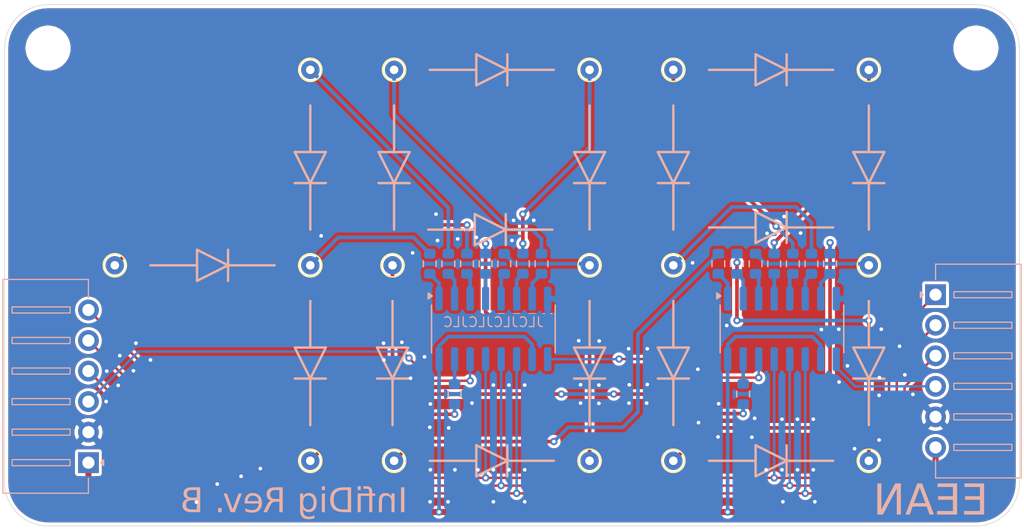
<source format=kicad_pcb>
(kicad_pcb (version 20240108) (generator "pcbnew") (generator_version "8.0")
  (layers (0 "F.Cu" signal) (31 "B.Cu" signal) (34 "B.Paste" user) (35 "F.Paste" user) (36 "B.SilkS" user "B.Silkscreen") (37 "F.SilkS" user "F.Silkscreen") (38 "B.Mask" user) (39 "F.Mask" user) (44 "Edge.Cuts" user))
  (net 0 "")
  (net 1 "Latch")
  (net 2 "E1")
  (net 3 "Data Out")
  (net 4 "C2")
  (net 5 "GND")
  (net 6 "E2")
  (net 7 "VCC")
  (net 8 "B2")
  (net 9 "CLK")
  (net 10 "Output Enable")
  (net 11 "D2")
  (net 12 "A2")
  (net 13 "F1")
  (net 14 "Net-(U1-QH')")
  (net 15 "F2")
  (net 16 "B1")
  (net 17 "Data In")
  (net 18 "A0")
  (net 19 "C1")
  (net 20 "C0")
  (net 21 "D1")
  (net 22 "A1")
  (net 23 "E0")
  (net 24 "B0")
  (net 25 "Net-(U2-QA)")
  (net 26 "Net-(U2-QB)")
  (net 27 "Net-(U1-QH)")
  (net 28 "Net-(U1-QD)")
  (net 29 "Net-(U2-QG)")
  (net 30 "Net-(U2-QC)")
  (net 31 "Net-(U2-QD)")
  (net 32 "Net-(U2-QE)")
  (net 33 "Net-(U2-QF)")
  (net 34 "Net-(U1-QG)")
  (net 35 "Net-(U1-QF)")
  (net 36 "Net-(U1-QE)")
  (net 37 "Net-(U1-QC)")
  (net 38 "Net-(U1-QB)")
  (net 39 "Net-(U1-QA)")
  (net 40 "Net-(U2-QH)")
  (footprint "TestPoint:TestPoint_THTPad_D1.5mm_Drill0.7mm" (layer "F.Cu") (at 86.741 128.778)
    (property "Reference" "TP3" (hide yes))
    (property "Value" "TestPoint" (hide yes))
    (pad "1" thru_hole circle (at 0 0) (size 1.5 1.5) (drill 0.7) (layers "*.Cu" "*.Mask") (net 20 "C0"))
  )
  (footprint "TestPoint:TestPoint_THTPad_D1.5mm_Drill0.7mm" (layer "F.Cu") (at 86.741 144.78)
    (property "Reference" "TP2" (hide yes))
    (property "Value" "TestPoint" (hide yes))
    (pad "1" thru_hole circle (at 0 0) (size 1.5 1.5) (drill 0.7) (layers "*.Cu" "*.Mask") (net 24 "B0"))
  )
  (footprint "TestPoint:TestPoint_THTPad_D1.5mm_Drill0.7mm" (layer "F.Cu") (at 132.461 160.782)
    (property "Reference" "TP12" (hide yes))
    (property "Value" "TestPoint" (hide yes))
    (pad "1" thru_hole circle (at 0 0) (size 1.5 1.5) (drill 0.7) (layers "*.Cu" "*.Mask") (net 12 "A2"))
  )
  (footprint "TestPoint:TestPoint_THTPad_D1.5mm_Drill0.7mm" (layer "F.Cu") (at 109.601 160.782)
    (property "Reference" "TP5" (hide yes))
    (property "Value" "TestPoint" (hide yes))
    (pad "1" thru_hole circle (at 0 0) (size 1.5 1.5) (drill 0.7) (layers "*.Cu" "*.Mask") (net 22 "A1"))
  )
  (footprint "TestPoint:TestPoint_THTPad_D1.5mm_Drill0.7mm" (layer "F.Cu") (at 93.599 160.782)
    (property "Reference" "TP11" (hide yes))
    (property "Value" "TestPoint" (hide yes))
    (pad "1" thru_hole circle (at 0 0) (size 1.5 1.5) (drill 0.7) (layers "*.Cu" "*.Mask") (net 13 "F1"))
  )
  (footprint "TestPoint:TestPoint_THTPad_D1.5mm_Drill0.7mm" (layer "F.Cu") (at 109.601 144.78)
    (property "Reference" "TP6" (hide yes))
    (property "Value" "TestPoint" (hide yes))
    (pad "1" thru_hole circle (at 0 0) (size 1.5 1.5) (drill 0.7) (layers "*.Cu" "*.Mask") (net 16 "B1"))
  )
  (footprint "TestPoint:TestPoint_THTPad_D1.5mm_Drill0.7mm" (layer "F.Cu") (at 116.459 144.78)
    (property "Reference" "TP15" (hide yes))
    (property "Value" "TestPoint" (hide yes))
    (pad "1" thru_hole circle (at 0 0) (size 1.5 1.5) (drill 0.7) (layers "*.Cu" "*.Mask") (net 6 "E2"))
  )
  (footprint "MountingHole:MountingHole_3.2mm_M3" (layer "F.Cu") (at 141.224 127)
    (property "Reference" "REF**" (hide yes))
    (property "Value" "MountingHole_3.2mm_M3" (hide yes))
    (pad "" np_thru_hole circle (at 0 0) (size 3.2 3.2) (drill 3.2) (layers "*.Cu" "*.Mask"))
  )
  (footprint "TestPoint:TestPoint_THTPad_D1.5mm_Drill0.7mm" (layer "F.Cu") (at 132.461 144.78)
    (property "Reference" "TP8" (hide yes))
    (property "Value" "TestPoint" (hide yes))
    (pad "1" thru_hole circle (at 0 0) (size 1.5 1.5) (drill 0.7) (layers "*.Cu" "*.Mask") (net 8 "B2"))
  )
  (footprint "TestPoint:TestPoint_THTPad_D1.5mm_Drill0.7mm" (layer "F.Cu") (at 93.472 144.78)
    (property "Reference" "TP10" (hide yes))
    (property "Value" "TestPoint" (hide yes))
    (pad "1" thru_hole circle (at 0 0) (size 1.5 1.5) (drill 0.7) (layers "*.Cu" "*.Mask") (net 2 "E1"))
  )
  (footprint "MountingHole:MountingHole_3.2mm_M3" (layer "F.Cu") (at 65.278 127)
    (property "Reference" "REF**" (hide yes))
    (property "Value" "MountingHole_3.2mm_M3" (hide yes))
    (pad "" np_thru_hole circle (at 0 0) (size 3.2 3.2) (drill 3.2) (layers "F&B.Cu" "*.Mask"))
  )
  (footprint "TestPoint:TestPoint_THTPad_D1.5mm_Drill0.7mm" (layer "F.Cu") (at 93.599 128.778)
    (property "Reference" "TP9" (hide yes))
    (property "Value" "TestPoint" (hide yes))
    (pad "1" thru_hole circle (at 0 0) (size 1.5 1.5) (drill 0.7) (layers "*.Cu" "*.Mask") (net 21 "D1"))
  )
  (footprint "TestPoint:TestPoint_THTPad_D1.5mm_Drill0.7mm" (layer "F.Cu") (at 116.459 160.782)
    (property "Reference" "TP16" (hide yes))
    (property "Value" "TestPoint" (hide yes))
    (pad "1" thru_hole circle (at 0 0) (size 1.5 1.5) (drill 0.7) (layers "*.Cu" "*.Mask") (net 15 "F2"))
  )
  (footprint "TestPoint:TestPoint_THTPad_D1.5mm_Drill0.7mm" (layer "F.Cu") (at 116.459 128.778)
    (property "Reference" "TP14" (hide yes))
    (property "Value" "TestPoint" (hide yes))
    (pad "1" thru_hole circle (at 0 0) (size 1.5 1.5) (drill 0.7) (layers "*.Cu" "*.Mask") (net 11 "D2"))
  )
  (footprint "TestPoint:TestPoint_THTPad_D1.5mm_Drill0.7mm" (layer "F.Cu") (at 132.461 128.778)
    (property "Reference" "TP13" (hide yes))
    (property "Value" "TestPoint" (hide yes))
    (pad "1" thru_hole circle (at 0 0) (size 1.5 1.5) (drill 0.7) (layers "*.Cu" "*.Mask") (net 4 "C2"))
  )
  (footprint "TestPoint:TestPoint_THTPad_D1.5mm_Drill0.7mm" (layer "F.Cu") (at 109.601 128.778)
    (property "Reference" "TP7" (hide yes))
    (property "Value" "TestPoint" (hide yes))
    (pad "1" thru_hole circle (at 0 0) (size 1.5 1.5) (drill 0.7) (layers "*.Cu" "*.Mask") (net 19 "C1"))
  )
  (footprint "TestPoint:TestPoint_THTPad_D1.5mm_Drill0.7mm" (layer "F.Cu") (at 70.739 144.78)
    (property "Reference" "TP4" (hide yes))
    (property "Value" "TestPoint" (hide yes))
    (pad "1" thru_hole circle (at 0 0) (size 1.5 1.5) (drill 0.7) (layers "*.Cu" "*.Mask") (net 23 "E0"))
  )
  (footprint "TestPoint:TestPoint_THTPad_D1.5mm_Drill0.7mm" (layer "F.Cu") (at 86.741 160.782)
    (property "Reference" "TP1" (hide yes))
    (property "Value" "TestPoint" (hide yes))
    (pad "1" thru_hole circle (at 0 0) (size 1.5 1.5) (drill 0.7) (layers "*.Cu" "*.Mask") (net 18 "A0"))
  )
  (footprint "Resistor_SMD:R_0603_1608Metric" (layer "B.Cu") (at 98.044 144.653 90)
    (property "Reference" "R3" (hide yes))
    (property "Value" "22")
    (pad "1" smd roundrect (at -0.825 0 90) (size 0.8 0.95) (layers "B.Cu" "B.Paste" "B.Mask") (net 37 "Net-(U1-QC)"))
    (pad "2" smd roundrect (at 0.825 0 90) (size 0.8 0.95) (layers "B.Cu" "B.Paste" "B.Mask") (net 20 "C0"))
  )
  (footprint "Connector_JST_RightAngle:XH-W-06A" (layer "B.Cu") (at 137.922 153.436 -90)
    (property "Reference" "J2" (hide yes))
    (property "Value" "Conn_01x06_Pin")
    (pad "1" thru_hole rect (at -6.25 0 270) (size 1.7 1.7) (drill 1) (layers "*.Cu" "*.Mask") (net 10 "Output Enable"))
    (pad "2" thru_hole circle (at -3.75 0 270) (size 1.7 1.7) (drill 1) (layers "*.Cu" "*.Mask") (net 1 "Latch"))
    (pad "3" thru_hole circle (at -1.25 0 270) (size 1.7 1.7) (drill 1) (layers "*.Cu" "*.Mask") (net 9 "CLK"))
    (pad "4" thru_hole circle (at 1.25 0 270) (size 1.7 1.7) (drill 1) (layers "*.Cu" "*.Mask") (net 3 "Data Out"))
    (pad "5" thru_hole circle (at 3.75 0 270) (size 1.7 1.7) (drill 1) (layers "*.Cu" "*.Mask") (net 5 "GND"))
    (pad "6" thru_hole circle (at 6.25 0 270) (size 1.7 1.7) (drill 1) (layers "*.Cu" "*.Mask") (net 7 "VCC"))
  )
  (footprint "Resistor_SMD:R_0603_1608Metric" (layer "B.Cu") (at 120.142 144.653 90)
    (property "Reference" "R10" (hide yes))
    (property "Value" "22")
    (pad "1" smd roundrect (at -0.825 0 90) (size 0.8 0.95) (layers "B.Cu" "B.Paste" "B.Mask") (net 26 "Net-(U2-QB)"))
    (pad "2" smd roundrect (at 0.825 0 90) (size 0.8 0.95) (layers "B.Cu" "B.Paste" "B.Mask") (net 13 "F1"))
  )
  (footprint "Resistor_SMD:R_0603_1608Metric" (layer "B.Cu") (at 96.52 144.653 90)
    (property "Reference" "R2" (hide yes))
    (property "Value" "22")
    (pad "1" smd roundrect (at -0.825 0 90) (size 0.8 0.95) (layers "B.Cu" "B.Paste" "B.Mask") (net 38 "Net-(U1-QB)"))
    (pad "2" smd roundrect (at 0.825 0 90) (size 0.8 0.95) (layers "B.Cu" "B.Paste" "B.Mask") (net 24 "B0"))
  )
  (footprint "Resistor_SMD:R_0603_1608Metric" (layer "B.Cu") (at 122.174 155.321 -90)
    (property "Reference" "R9" (hide yes))
    (property "Value" "22")
    (pad "1" smd roundrect (at -0.825 0 270) (size 0.8 0.95) (layers "B.Cu" "B.Paste" "B.Mask") (net 25 "Net-(U2-QA)"))
    (pad "2" smd roundrect (at 0.825 0 270) (size 0.8 0.95) (layers "B.Cu" "B.Paste" "B.Mask") (net 2 "E1"))
  )
  (footprint "Resistor_SMD:R_0603_1608Metric" (layer "B.Cu") (at 101.092 144.653 90)
    (property "Reference" "R4" (hide yes))
    (property "Value" "22")
    (pad "1" smd roundrect (at -0.825 0 90) (size 0.8 0.95) (layers "B.Cu" "B.Paste" "B.Mask") (net 36 "Net-(U1-QE)"))
    (pad "2" smd roundrect (at 0.825 0 90) (size 0.8 0.95) (layers "B.Cu" "B.Paste" "B.Mask") (net 22 "A1"))
  )
  (footprint "Resistor_SMD:R_0603_1608Metric" (layer "B.Cu") (at 127.762 144.653 90)
    (property "Reference" "R15" (hide yes))
    (property "Value" "22" (hide yes))
    (pad "1" smd roundrect (at -0.825 0 90) (size 0.8 0.95) (layers "B.Cu" "B.Paste" "B.Mask") (net 29 "Net-(U2-QG)"))
    (pad "2" smd roundrect (at 0.825 0 90) (size 0.8 0.95) (layers "B.Cu" "B.Paste" "B.Mask") (net 6 "E2"))
  )
  (footprint "Resistor_SMD:R_0603_1608Metric" (layer "B.Cu") (at 129.286 144.653 90)
    (property "Reference" "R16" (hide yes))
    (property "Value" "22")
    (pad "1" smd roundrect (at -0.825 0 90) (size 0.8 0.95) (layers "B.Cu" "B.Paste" "B.Mask") (net 40 "Net-(U2-QH)"))
    (pad "2" smd roundrect (at 0.825 0 90) (size 0.8 0.95) (layers "B.Cu" "B.Paste" "B.Mask") (net 15 "F2"))
  )
  (footprint "Package_SO:SOIC-16_3.9x9.9mm_P1.27mm" (layer "B.Cu") (at 125.349 149.987 -90)
    (property "Reference" "U2" (hide yes))
    (property "Value" "74HC595")
    (pad "1" smd roundrect (at -2.475 4.445 270) (size 1.95 0.6) (layers "B.Cu" "B.Paste" "B.Mask") (net 26 "Net-(U2-QB)"))
    (pad "2" smd roundrect (at -2.475 3.175 270) (size 1.95 0.6) (layers "B.Cu" "B.Paste" "B.Mask") (net 30 "Net-(U2-QC)"))
    (pad "3" smd roundrect (at -2.475 1.905 270) (size 1.95 0.6) (layers "B.Cu" "B.Paste" "B.Mask") (net 31 "Net-(U2-QD)"))
    (pad "4" smd roundrect (at -2.475 0.635 270) (size 1.95 0.6) (layers "B.Cu" "B.Paste" "B.Mask") (net 32 "Net-(U2-QE)"))
    (pad "5" smd roundrect (at -2.475 -0.635 270) (size 1.95 0.6) (layers "B.Cu" "B.Paste" "B.Mask") (net 33 "Net-(U2-QF)"))
    (pad "6" smd roundrect (at -2.475 -1.905 270) (size 1.95 0.6) (layers "B.Cu" "B.Paste" "B.Mask") (net 29 "Net-(U2-QG)"))
    (pad "7" smd roundrect (at -2.475 -3.175 270) (size 1.95 0.6) (layers "B.Cu" "B.Paste" "B.Mask") (net 40 "Net-(U2-QH)"))
    (pad "8" smd roundrect (at -2.475 -4.445 270) (size 1.95 0.6) (layers "B.Cu" "B.Paste" "B.Mask") (net 5 "GND"))
    (pad "9" smd roundrect (at 2.475 -4.445 270) (size 1.95 0.6) (layers "B.Cu" "B.Paste" "B.Mask") (net 3 "Data Out"))
    (pad "10" smd roundrect (at 2.475 -3.175 270) (size 1.95 0.6) (layers "B.Cu" "B.Paste" "B.Mask") (net 7 "VCC"))
    (pad "11" smd roundrect (at 2.475 -1.905 270) (size 1.95 0.6) (layers "B.Cu" "B.Paste" "B.Mask") (net 9 "CLK"))
    (pad "12" smd roundrect (at 2.475 -0.635 270) (size 1.95 0.6) (layers "B.Cu" "B.Paste" "B.Mask") (net 1 "Latch"))
    (pad "13" smd roundrect (at 2.475 0.635 270) (size 1.95 0.6) (layers "B.Cu" "B.Paste" "B.Mask") (net 10 "Output Enable"))
    (pad "14" smd roundrect (at 2.475 1.905 270) (size 1.95 0.6) (layers "B.Cu" "B.Paste" "B.Mask") (net 14 "Net-(U1-QH')"))
    (pad "15" smd roundrect (at 2.475 3.175 270) (size 1.95 0.6) (layers "B.Cu" "B.Paste" "B.Mask") (net 25 "Net-(U2-QA)"))
    (pad "16" smd roundrect (at 2.475 4.445 270) (size 1.95 0.6) (layers "B.Cu" "B.Paste" "B.Mask") (net 7 "VCC"))
  )
  (footprint "Resistor_SMD:R_0603_1608Metric" (layer "B.Cu") (at 121.666 144.653 90)
    (property "Reference" "R11" (hide yes))
    (property "Value" "22")
    (pad "1" smd roundrect (at -0.825 0 90) (size 0.8 0.95) (layers "B.Cu" "B.Paste" "B.Mask") (net 30 "Net-(U2-QC)"))
    (pad "2" smd roundrect (at 0.825 0 90) (size 0.8 0.95) (layers "B.Cu" "B.Paste" "B.Mask") (net 12 "A2"))
  )
  (footprint "Resistor_SMD:R_0603_1608Metric" (layer "B.Cu") (at 126.238 144.653 90)
    (property "Reference" "R14" (hide yes))
    (property "Value" "22")
    (pad "1" smd roundrect (at -0.825 0 90) (size 0.8 0.95) (layers "B.Cu" "B.Paste" "B.Mask") (net 33 "Net-(U2-QF)"))
    (pad "2" smd roundrect (at 0.825 0 90) (size 0.8 0.95) (layers "B.Cu" "B.Paste" "B.Mask") (net 11 "D2"))
  )
  (footprint "Resistor_SMD:R_0603_1608Metric" (layer "B.Cu") (at 104.14 144.653 90)
    (property "Reference" "R6" (hide yes))
    (property "Value" "22")
    (pad "1" smd roundrect (at -0.825 0 90) (size 0.8 0.95) (layers "B.Cu" "B.Paste" "B.Mask") (net 34 "Net-(U1-QG)"))
    (pad "2" smd roundrect (at 0.825 0 90) (size 0.8 0.95) (layers "B.Cu" "B.Paste" "B.Mask") (net 19 "C1"))
  )
  (footprint "Resistor_SMD:R_0603_1608Metric" (layer "B.Cu") (at 102.616 144.653 90)
    (property "Reference" "R5" (hide yes))
    (property "Value" "22")
    (pad "1" smd roundrect (at -0.825 0 90) (size 0.8 0.95) (layers "B.Cu" "B.Paste" "B.Mask") (net 35 "Net-(U1-QF)"))
    (pad "2" smd roundrect (at 0.825 0 90) (size 0.8 0.95) (layers "B.Cu" "B.Paste" "B.Mask") (net 16 "B1"))
  )
  (footprint "Resistor_SMD:R_0603_1608Metric" (layer "B.Cu") (at 99.568 144.653 90)
    (property "Reference" "R8" (hide yes))
    (property "Value" "22")
    (pad "1" smd roundrect (at -0.825 0 90) (size 0.8 0.95) (layers "B.Cu" "B.Paste" "B.Mask") (net 28 "Net-(U1-QD)"))
    (pad "2" smd roundrect (at 0.825 0 90) (size 0.8 0.95) (layers "B.Cu" "B.Paste" "B.Mask") (net 23 "E0"))
  )
  (footprint "Package_SO:SOIC-16_3.9x9.9mm_P1.27mm" (layer "B.Cu") (at 101.727 149.987 -90)
    (property "Reference" "U1" (hide yes))
    (property "Value" "74HC595")
    (pad "1" smd roundrect (at -2.475 4.445 270) (size 1.95 0.6) (layers "B.Cu" "B.Paste" "B.Mask") (net 38 "Net-(U1-QB)"))
    (pad "2" smd roundrect (at -2.475 3.175 270) (size 1.95 0.6) (layers "B.Cu" "B.Paste" "B.Mask") (net 37 "Net-(U1-QC)"))
    (pad "3" smd roundrect (at -2.475 1.905 270) (size 1.95 0.6) (layers "B.Cu" "B.Paste" "B.Mask") (net 28 "Net-(U1-QD)"))
    (pad "4" smd roundrect (at -2.475 0.635 270) (size 1.95 0.6) (layers "B.Cu" "B.Paste" "B.Mask") (net 36 "Net-(U1-QE)"))
    (pad "5" smd roundrect (at -2.475 -0.635 270) (size 1.95 0.6) (layers "B.Cu" "B.Paste" "B.Mask") (net 35 "Net-(U1-QF)"))
    (pad "6" smd roundrect (at -2.475 -1.905 270) (size 1.95 0.6) (layers "B.Cu" "B.Paste" "B.Mask") (net 34 "Net-(U1-QG)"))
    (pad "7" smd roundrect (at -2.475 -3.175 270) (size 1.95 0.6) (layers "B.Cu" "B.Paste" "B.Mask") (net 27 "Net-(U1-QH)"))
    (pad "8" smd roundrect (at -2.475 -4.445 270) (size 1.95 0.6) (layers "B.Cu" "B.Paste" "B.Mask") (net 5 "GND"))
    (pad "9" smd roundrect (at 2.475 -4.445 270) (size 1.95 0.6) (layers "B.Cu" "B.Paste" "B.Mask") (net 14 "Net-(U1-QH')"))
    (pad "10" smd roundrect (at 2.475 -3.175 270) (size 1.95 0.6) (layers "B.Cu" "B.Paste" "B.Mask") (net 7 "VCC"))
    (pad "11" smd roundrect (at 2.475 -1.905 270) (size 1.95 0.6) (layers "B.Cu" "B.Paste" "B.Mask") (net 9 "CLK"))
    (pad "12" smd roundrect (at 2.475 -0.635 270) (size 1.95 0.6) (layers "B.Cu" "B.Paste" "B.Mask") (net 1 "Latch"))
    (pad "13" smd roundrect (at 2.475 0.635 270) (size 1.95 0.6) (layers "B.Cu" "B.Paste" "B.Mask") (net 10 "Output Enable"))
    (pad "14" smd roundrect (at 2.475 1.905 270) (size 1.95 0.6) (layers "B.Cu" "B.Paste" "B.Mask") (net 17 "Data In"))
    (pad "15" smd roundrect (at 2.475 3.175 270) (size 1.95 0.6) (layers "B.Cu" "B.Paste" "B.Mask") (net 39 "Net-(U1-QA)"))
    (pad "16" smd roundrect (at 2.475 4.445 270) (size 1.95 0.6) (layers "B.Cu" "B.Paste" "B.Mask") (net 7 "VCC"))
  )
  (footprint "Connector_JST_RightAngle:XH-W-06A" (layer "B.Cu") (at 68.58 154.686 90)
    (property "Reference" "J1" (hide yes))
    (property "Value" "Conn_01x06_Pin")
    (pad "1" thru_hole rect (at -6.25 0 90) (size 1.7 1.7) (drill 1) (layers "*.Cu" "*.Mask") (net 7 "VCC"))
    (pad "2" thru_hole circle (at -3.75 0 90) (size 1.7 1.7) (drill 1) (layers "*.Cu" "*.Mask") (net 5 "GND"))
    (pad "3" thru_hole circle (at -1.25 0 90) (size 1.7 1.7) (drill 1) (layers "*.Cu" "*.Mask") (net 17 "Data In"))
    (pad "4" thru_hole circle (at 1.25 0 90) (size 1.7 1.7) (drill 1) (layers "*.Cu" "*.Mask") (net 9 "CLK"))
    (pad "5" thru_hole circle (at 3.75 0 90) (size 1.7 1.7) (drill 1) (layers "*.Cu" "*.Mask") (net 1 "Latch"))
    (pad "6" thru_hole circle (at 6.25 0 90) (size 1.7 1.7) (drill 1) (layers "*.Cu" "*.Mask") (net 10 "Output Enable"))
  )
  (footprint "Resistor_SMD:R_0603_1608Metric" (layer "B.Cu") (at 105.664 144.653 90)
    (property "Reference" "R7" (hide yes))
    (property "Value" "22")
    (pad "1" smd roundrect (at -0.825 0 90) (size 0.8 0.95) (layers "B.Cu" "B.Paste" "B.Mask") (net 27 "Net-(U1-QH)"))
    (pad "2" smd roundrect (at 0.825 0 90) (size 0.8 0.95) (layers "B.Cu" "B.Paste" "B.Mask") (net 21 "D1"))
  )
  (footprint "Resistor_SMD:R_0603_1608Metric" (layer "B.Cu") (at 124.714 144.653 90)
    (property "Reference" "R13" (hide yes))
    (property "Value" "22")
    (pad "1" smd roundrect (at -0.825 0 90) (size 0.8 0.95) (layers "B.Cu" "B.Paste" "B.Mask") (net 32 "Net-(U2-QE)"))
    (pad "2" smd roundrect (at 0.825 0 90) (size 0.8 0.95) (layers "B.Cu" "B.Paste" "B.Mask") (net 4 "C2"))
  )
  (footprint "Resistor_SMD:R_0603_1608Metric" (layer "B.Cu") (at 123.19 144.653 90)
    (property "Reference" "R12" (hide yes))
    (property "Value" "22")
    (pad "1" smd roundrect (at -0.825 0 90) (size 0.8 0.95) (layers "B.Cu" "B.Paste" "B.Mask") (net 31 "Net-(U2-QD)"))
    (pad "2" smd roundrect (at 0.825 0 90) (size 0.8 0.95) (layers "B.Cu" "B.Paste" "B.Mask") (net 8 "B2"))
  )
  (footprint "Resistor_SMD:R_0603_1608Metric" (layer "B.Cu") (at 98.552 155.321 -90)
    (property "Reference" "R1" (hide yes))
    (property "Value" "22")
    (pad "1" smd roundrect (at -0.825 0 270) (size 0.8 0.95) (layers "B.Cu" "B.Paste" "B.Mask") (net 39 "Net-(U1-QA)"))
    (pad "2" smd roundrect (at 0.825 0 270) (size 0.8 0.95) (layers "B.Cu" "B.Paste" "B.Mask") (net 18 "A0"))
  )
  (gr_line (start 123.19 140.4112) (end 123.19 142.9512) (stroke (width 0.2)) (layer "B.SilkS"))
  (gr_line (start 132.461 135.509) (end 132.461 131.699) (stroke (width 0.2)) (layer "B.SilkS"))
  (gr_line (start 100.203 140.589) (end 100.203 143.129) (stroke (width 0.2)) (layer "B.SilkS"))
  (gr_line (start 102.87 127.508) (end 102.87 130.048) (stroke (width 0.2)) (layer "B.SilkS"))
  (gr_line (start 123.19 130.048) (end 125.73 128.778) (stroke (width 0.2)) (layer "B.SilkS"))
  (gr_line (start 109.601 135.509) (end 109.601 131.699) (stroke (width 0.2)) (layer "B.SilkS"))
  (gr_line (start 93.599 138.049) (end 93.599 141.859) (stroke (width 0.2)) (layer "B.SilkS"))
  (gr_line (start 125.73 128.778) (end 129.54 128.778) (stroke (width 0.2)) (layer "B.SilkS"))
  (gr_line (start 123.19 128.778) (end 119.38 128.778) (stroke (width 0.2)) (layer "B.SilkS"))
  (gr_line (start 116.459 154.051) (end 117.729 151.511) (stroke (width 0.2)) (layer "B.SilkS"))
  (gr_line (start 80.01 143.51) (end 80.01 146.05) (stroke (width 0.2)) (layer "B.SilkS"))
  (gr_line (start 94.742 151.511) (end 92.202 151.511) (stroke (width 0.2)) (layer "B.SilkS"))
  (gr_line (start 102.743 140.589) (end 102.743 143.129) (stroke (width 0.2)) (layer "B.SilkS"))
  (gr_line (start 88.011 138.049) (end 85.471 138.049) (stroke (width 0.2)) (layer "B.SilkS"))
  (gr_line (start 109.601 138.049) (end 110.871 135.509) (stroke (width 0.2)) (layer "B.SilkS"))
  (gr_line (start 93.472 154.051) (end 94.742 151.511) (stroke (width 0.2)) (layer "B.SilkS"))
  (gr_line (start 108.331 151.511) (end 109.601 154.051) (stroke (width 0.2)) (layer "B.SilkS"))
  (gr_line (start 108.331 135.509) (end 109.601 138.049) (stroke (width 0.2)) (layer "B.SilkS"))
  (gr_line (start 88.011 135.509) (end 85.471 135.509) (stroke (width 0.2)) (layer "B.SilkS"))
  (gr_line (start 116.459 138.049) (end 117.729 135.509) (stroke (width 0.2)) (layer "B.SilkS"))
  (gr_line (start 100.33 127.508) (end 100.33 130.048) (stroke (width 0.2)) (layer "B.SilkS"))
  (gr_line (start 116.459 138.049) (end 116.459 141.859) (stroke (width 0.2)) (layer "B.SilkS"))
  (gr_line (start 93.599 135.509) (end 93.599 131.699) (stroke (width 0.2)) (layer "B.SilkS"))
  (gr_line (start 125.73 128.778) (end 123.19 127.508) (stroke (width 0.2)) (layer "B.SilkS"))
  (gr_line (start 94.869 135.509) (end 92.329 135.509) (stroke (width 0.2)) (layer "B.SilkS"))
  (gr_line (start 123.19 127.508) (end 123.19 130.048) (stroke (width 0.2)) (layer "B.SilkS"))
  (gr_line (start 77.47 146.05) (end 80.01 144.78) (stroke (width 0.2)) (layer "B.SilkS"))
  (gr_line (start 109.601 138.049) (end 109.601 141.859) (stroke (width 0.2)) (layer "B.SilkS"))
  (gr_line (start 132.461 154.051) (end 133.731 151.511) (stroke (width 0.2)) (layer "B.SilkS"))
  (gr_line (start 100.33 130.048) (end 102.87 128.778) (stroke (width 0.2)) (layer "B.SilkS"))
  (gr_line (start 123.19 160.782) (end 119.38 160.782) (stroke (width 0.2)) (layer "B.SilkS"))
  (gr_line (start 86.741 154.051) (end 88.011 151.511) (stroke (width 0.2)) (layer "B.SilkS"))
  (gr_line (start 86.741 138.049) (end 88.011 135.509) (stroke (width 0.2)) (layer "B.SilkS"))
  (gr_line (start 132.461 154.051) (end 132.461 157.861) (stroke (width 0.2)) (layer "B.SilkS"))
  (gr_line (start 93.472 151.511) (end 93.472 147.701) (stroke (width 0.2)) (layer "B.SilkS"))
  (gr_line (start 115.189 135.509) (end 116.459 138.049) (stroke (width 0.2)) (layer "B.SilkS"))
  (gr_line (start 109.601 154.051) (end 110.871 151.511) (stroke (width 0.2)) (layer "B.SilkS"))
  (gr_line (start 110.871 154.051) (end 108.331 154.051) (stroke (width 0.2)) (layer "B.SilkS"))
  (gr_line (start 131.191 151.511) (end 132.461 154.051) (stroke (width 0.2)) (layer "B.SilkS"))
  (gr_line (start 86.741 135.509) (end 86.741 131.699) (stroke (width 0.2)) (layer "B.SilkS"))
  (gr_line (start 125.73 140.4112) (end 125.73 142.9512) (stroke (width 0.2)) (layer "B.SilkS"))
  (gr_line (start 117.729 138.049) (end 115.189 138.049) (stroke (width 0.2)) (layer "B.SilkS"))
  (gr_line (start 86.741 154.051) (end 86.741 157.861) (stroke (width 0.2)) (layer "B.SilkS"))
  (gr_line (start 123.19 162.052) (end 125.73 160.782) (stroke (width 0.2)) (layer "B.SilkS"))
  (gr_line (start 102.743 141.859) (end 100.203 140.589) (stroke (width 0.2)) (layer "B.SilkS"))
  (gr_line (start 110.871 138.049) (end 108.331 138.049) (stroke (width 0.2)) (layer "B.SilkS"))
  (gr_line (start 132.461 151.511) (end 132.461 147.701) (stroke (width 0.2)) (layer "B.SilkS"))
  (gr_line (start 92.202 151.511) (end 93.472 154.051) (stroke (width 0.2)) (layer "B.SilkS"))
  (gr_line (start 93.599 138.049) (end 94.869 135.509) (stroke (width 0.2)) (layer "B.SilkS"))
  (gr_line (start 131.191 135.509) (end 132.461 138.049) (stroke (width 0.2)) (layer "B.SilkS"))
  (gr_line (start 116.459 135.509) (end 116.459 131.699) (stroke (width 0.2)) (layer "B.SilkS"))
  (gr_line (start 80.01 144.78) (end 77.47 143.51) (stroke (width 0.2)) (layer "B.SilkS"))
  (gr_line (start 88.011 154.051) (end 85.471 154.051) (stroke (width 0.2)) (layer "B.SilkS"))
  (gr_line (start 132.461 138.049) (end 133.731 135.509) (stroke (width 0.2)) (layer "B.SilkS"))
  (gr_line (start 116.459 154.051) (end 116.459 157.861) (stroke (width 0.2)) (layer "B.SilkS"))
  (gr_line (start 100.33 159.512) (end 100.33 162.052) (stroke (width 0.2)) (layer "B.SilkS"))
  (gr_line (start 92.329 135.509) (end 93.599 138.049) (stroke (width 0.2)) (layer "B.SilkS"))
  (gr_line (start 110.871 135.509) (end 108.331 135.509) (stroke (width 0.2)) (layer "B.SilkS"))
  (gr_line (start 102.743 141.859) (end 106.553 141.859) (stroke (width 0.2)) (layer "B.SilkS"))
  (gr_line (start 102.87 160.782) (end 106.68 160.782) (stroke (width 0.2)) (layer "B.SilkS"))
  (gr_line (start 117.729 135.509) (end 115.189 135.509) (stroke (width 0.2)) (layer "B.SilkS"))
  (gr_line (start 117.729 154.051) (end 115.189 154.051) (stroke (width 0.2)) (layer "B.SilkS"))
  (gr_line (start 102.87 128.778) (end 106.68 128.778) (stroke (width 0.2)) (layer "B.SilkS"))
  (gr_line (start 93.472 154.051) (end 93.472 157.861) (stroke (width 0.2)) (layer "B.SilkS"))
  (gr_line (start 94.869 138.049) (end 92.329 138.049) (stroke (width 0.2)) (layer "B.SilkS"))
  (gr_line (start 133.731 154.051) (end 131.191 154.051) (stroke (width 0.2)) (layer "B.SilkS"))
  (gr_line (start 132.461 138.049) (end 132.461 141.859) (stroke (width 0.2)) (layer "B.SilkS"))
  (gr_line (start 100.33 160.782) (end 96.52 160.782) (stroke (width 0.2)) (layer "B.SilkS"))
  (gr_line (start 100.203 143.129) (end 102.743 141.859) (stroke (width 0.2)) (layer "B.SilkS"))
  (gr_line (start 102.87 128.778) (end 100.33 127.508) (stroke (width 0.2)) (layer "B.SilkS"))
  (gr_line (start 94.742 154.051) (end 92.202 154.051) (stroke (width 0.2)) (layer "B.SilkS"))
  (gr_line (start 123.19 142.9512) (end 125.73 141.6812) (stroke (width 0.2)) (layer "B.SilkS"))
  (gr_line (start 125.73 159.512) (end 125.73 162.052) (stroke (width 0.2)) (layer "B.SilkS"))
  (gr_line (start 125.73 160.782) (end 123.19 159.512) (stroke (width 0.2)) (layer "B.SilkS"))
  (gr_line (start 110.871 151.511) (end 108.331 151.511) (stroke (width 0.2)) (layer "B.SilkS"))
  (gr_line (start 102.87 160.782) (end 100.33 159.512) (stroke (width 0.2)) (layer "B.SilkS"))
  (gr_line (start 80.01 144.78) (end 83.82 144.78) (stroke (width 0.2)) (layer "B.SilkS"))
  (gr_line (start 115.189 151.511) (end 116.459 154.051) (stroke (width 0.2)) (layer "B.SilkS"))
  (gr_line (start 125.73 141.6812) (end 129.54 141.6812) (stroke (width 0.2)) (layer "B.SilkS"))
  (gr_line (start 102.87 159.512) (end 102.87 162.052) (stroke (width 0.2)) (layer "B.SilkS"))
  (gr_line (start 100.33 128.778) (end 96.52 128.778) (stroke (width 0.2)) (layer "B.SilkS"))
  (gr_line (start 133.731 151.511) (end 131.191 151.511) (stroke (width 0.2)) (layer "B.SilkS"))
  (gr_line (start 123.19 141.6812) (end 119.38 141.6812) (stroke (width 0.2)) (layer "B.SilkS"))
  (gr_line (start 100.203 141.859) (end 96.393 141.859) (stroke (width 0.2)) (layer "B.SilkS"))
  (gr_line (start 125.73 141.6812) (end 123.19 140.4112) (stroke (width 0.2)) (layer "B.SilkS"))
  (gr_line (start 116.459 151.511) (end 116.459 147.701) (stroke (width 0.2)) (layer "B.SilkS"))
  (gr_line (start 85.471 135.509) (end 86.741 138.049) (stroke (width 0.2)) (layer "B.SilkS"))
  (gr_line (start 86.741 151.511) (end 86.741 147.701) (stroke (width 0.2)) (layer "B.SilkS"))
  (gr_line (start 117.729 151.511) (end 115.189 151.511) (stroke (width 0.2)) (layer "B.SilkS"))
  (gr_line (start 125.73 160.782) (end 129.54 160.782) (stroke (width 0.2)) (layer "B.SilkS"))
  (gr_line (start 109.601 154.051) (end 109.601 157.861) (stroke (width 0.2)) (layer "B.SilkS"))
  (gr_line (start 109.601 151.511) (end 109.601 147.701) (stroke (width 0.2)) (layer "B.SilkS"))
  (gr_line (start 133.731 135.509) (end 131.191 135.509) (stroke (width 0.2)) (layer "B.SilkS"))
  (gr_line (start 77.47 144.78) (end 73.66 144.78) (stroke (width 0.2)) (layer "B.SilkS"))
  (gr_line (start 123.19 159.512) (end 123.19 162.052) (stroke (width 0.2)) (layer "B.SilkS"))
  (gr_line (start 77.47 143.51) (end 77.47 146.05) (stroke (width 0.2)) (layer "B.SilkS"))
  (gr_line (start 86.741 138.049) (end 86.741 141.859) (stroke (width 0.2)) (layer "B.SilkS"))
  (gr_line (start 125.73 127.508) (end 125.73 130.048) (stroke (width 0.2)) (layer "B.SilkS"))
  (gr_line (start 133.731 138.049) (end 131.191 138.049) (stroke (width 0.2)) (layer "B.SilkS"))
  (gr_line (start 100.33 162.052) (end 102.87 160.782) (stroke (width 0.2)) (layer "B.SilkS"))
  (gr_line (start 85.471 151.511) (end 86.741 154.051) (stroke (width 0.2)) (layer "B.SilkS"))
  (gr_line (start 88.011 151.511) (end 85.471 151.511) (stroke (width 0.2)) (layer "B.SilkS"))
  (gr_arc (start 65.278 166.116) (mid 62.763528 165.074472) (end 61.722 162.56) (stroke (width 0.05)) (layer "Edge.Cuts"))
  (gr_line (start 141.224 166.116) (end 65.278 166.116) (stroke (width 0.05)) (layer "Edge.Cuts"))
  (gr_line (start 144.78 127) (end 144.78 162.56) (stroke (width 0.05)) (layer "Edge.Cuts"))
  (gr_line (start 61.722 162.56) (end 61.722 127) (stroke (width 0.05)) (layer "Edge.Cuts"))
  (gr_line (start 65.278 123.444) (end 141.224 123.444) (stroke (width 0.05)) (layer "Edge.Cuts"))
  (gr_arc (start 144.78 162.56) (mid 143.738472 165.074472) (end 141.224 166.116) (stroke (width 0.05)) (layer "Edge.Cuts"))
  (gr_arc (start 141.224 123.444) (mid 143.738472 124.485528) (end 144.78 127) (stroke (width 0.05)) (layer "Edge.Cuts"))
  (gr_arc (start 61.722 127) (mid 62.763528 124.485528) (end 65.278 123.444) (stroke (width 0.05)) (layer "Edge.Cuts"))
  (gr_text "JLCJLCJLCJLC" (at 101.727 149.4282 0) (layer "B.SilkS") (effects (font (size 0.8 0.8) (thickness 0.1)) (justify mirror)))
  (gr_text "InfiDig Rev. B" (at 94.7166 165.3286 0) (layer "B.SilkS") (effects (font (size 2 2) (thickness 0.1)) (justify left bottom mirror)))
  (gr_text "EEAN" (at 142.24 165.608 0) (layer "B.SilkS") (effects (font (size 2.5 2.5) (thickness 0.1)) (justify left bottom mirror)))
  (segment (start 68.58 150.936) (end 80.458 162.814) (width 0.2) (layer "F.Cu") (net 1))
  (segment (start 134.747 161.29) (end 134.747 152.861) (width 0.2) (layer "F.Cu") (net 1))
  (segment (start 133.223 162.814) (end 134.747 161.29) (width 0.2) (layer "F.Cu") (net 1))
  (segment (start 125.984 162.814) (end 133.223 162.814) (width 0.2) (layer "F.Cu") (net 1))
  (segment (start 80.458 162.814) (end 102.362 162.814) (width 0.2) (layer "F.Cu") (net 1))
  (segment (start 134.747 152.861) (end 137.922 149.686) (width 0.2) (layer "F.Cu") (net 1))
  (segment (start 102.362 162.814) (end 125.984 162.814) (width 0.2) (layer "F.Cu") (net 1))
  (via (at 125.984 162.814) (size 0.6) (drill 0.3) (layers "F.Cu" "B.Cu") (net 1))
  (via (at 102.362 162.814) (size 0.6) (drill 0.3) (layers "F.Cu" "B.Cu") (net 1))
  (segment (start 125.984 152.462) (end 125.984 162.814) (width 0.2) (layer "B.Cu") (net 1))
  (segment (start 102.362 152.462) (end 102.362 162.814) (width 0.2) (layer "B.Cu") (net 1))
  (segment (start 93.472 144.78) (end 93.472 154.305) (width 0.3) (layer "F.Cu") (net 2))
  (segment (start 117.348 156.9212) (end 115.7478 155.321) (width 0.3) (layer "F.Cu") (net 2))
  (segment (start 94.488 155.321) (end 107.2896 155.321) (width 0.3) (layer "F.Cu") (net 2))
  (segment (start 93.472 154.305) (end 94.488 155.321) (width 0.3) (layer "F.Cu") (net 2))
  (segment (start 115.7478 155.321) (end 111.5822 155.321) (width 0.3) (layer "F.Cu") (net 2))
  (segment (start 122.174 156.9212) (end 117.348 156.9212) (width 0.3) (layer "F.Cu") (net 2))
  (via (at 122.174 156.9212) (size 0.6) (drill 0.3) (layers "F.Cu" "B.Cu") (net 2))
  (via (at 107.2896 155.321) (size 0.6) (drill 0.3) (layers "F.Cu" "B.Cu") (net 2))
  (via (at 111.5822 155.321) (size 0.6) (drill 0.3) (layers "F.Cu" "B.Cu") (net 2))
  (segment (start 122.174 156.9212) (end 122.174 156.146) (width 0.3) (layer "B.Cu") (net 2))
  (segment (start 107.2896 155.321) (end 111.5822 155.321) (width 0.3) (layer "B.Cu") (net 2))
  (segment (start 129.794 153.1366) (end 129.794 152.462) (width 0.2) (layer "B.Cu") (net 3))
  (segment (start 131.3434 154.686) (end 129.794 153.1366) (width 0.2) (layer "B.Cu") (net 3))
  (segment (start 137.922 154.686) (end 131.3434 154.686) (width 0.2) (layer "B.Cu") (net 3))
  (segment (start 124.714 142.9258) (end 132.461 135.1788) (width 0.3) (layer "F.Cu") (net 4))
  (segment (start 132.461 135.1788) (end 132.461 128.778) (width 0.3) (layer "F.Cu") (net 4))
  (via (at 124.714 142.9258) (size 0.6) (drill 0.3) (layers "F.Cu" "B.Cu") (net 4))
  (segment (start 124.714 143.828) (end 124.714 142.9258) (width 0.3) (layer "B.Cu") (net 4))
  (via (at 128.0414 164.1348) (size 0.6) (drill 0.3) (layers "F.Cu" "B.Cu") (net 5))
  (via (at 104.2924 164.1348) (size 0.6) (drill 0.3) (layers "F.Cu" "B.Cu") (net 5))
  (via (at 124.0536 161.5186) (size 0.6) (drill 0.3) (layers "F.Cu" "B.Cu") (net 5))
  (via (at 70.0278 155.9306) (size 0.6) (drill 0.3) (layers "F.Cu" "B.Cu") (net 5))
  (via (at 118.0338 144.5768) (size 0.6) (drill 0.3) (layers "F.Cu" "B.Cu") (net 5))
  (via (at 72.263 153.416) (size 0.6) (drill 0.3) (layers "F.Cu" "B.Cu") (net 5))
  (via (at 125.349 161.5186) (size 0.6) (drill 0.3) (layers "F.Cu" "B.Cu") (net 5))
  (via (at 98.5774 161.5186) (size 0.6) (drill 0.3) (layers "F.Cu" "B.Cu") (net 5))
  (via (at 126.619 161.5186) (size 0.6) (drill 0.3) (layers "F.Cu" "B.Cu") (net 5))
  (via (at 108.8644 154.559) (size 0.6) (drill 0.3) (layers "F.Cu" "B.Cu") (net 5))
  (via (at 133.3246 153.9748) (size 0.6) (drill 0.3) (layers "F.Cu" "B.Cu") (net 5))
  (via (at 99.9744 156.0576) (size 0.6) (drill 0.3) (layers "F.Cu" "B.Cu") (net 5))
  (via (at 82.6516 161.417) (size 0.6) (drill 0.3) (layers "F.Cu" "B.Cu") (net 5))
  (via (at 98.0186 164.1348) (size 0.6) (drill 0.3) (layers "F.Cu" "B.Cu") (net 5))
  (via (at 103.378 141.097) (size 0.6) (drill 0.3) (layers "F.Cu" "B.Cu") (net 5))
  (via (at 102.997 154.5844) (size 0.6) (drill 0.3) (layers "F.Cu" "B.Cu") (net 5))
  (via (at 120.8278 149.7076) (size 0.6) (drill 0.3) (layers "F.Cu" "B.Cu") (net 5))
  (via (at 130.0226 154.3304) (size 0.6) (drill 0.3) (layers "F.Cu" "B.Cu") (net 5))
  (via (at 114.3254 154.5336) (size 0.6) (drill 0.3) (layers "F.Cu" "B.Cu") (net 5))
  (via (at 102.997 161.5186) (size 0.6) (drill 0.3) (layers "F.Cu" "B.Cu") (net 5))
  (via (at 101.727 164.1348) (size 0.6) (drill 0.3) (layers "F.Cu" "B.Cu") (net 5))
  (via (at 100.33 142.494) (size 0.6) (drill 0.3) (layers "F.Cu" "B.Cu") (net 5))
  (via (at 133.477 150.0124) (size 0.6) (drill 0.3) (layers "F.Cu" "B.Cu") (net 5))
  (via (at 110.3884 150.9776) (size 0.6) (drill 0.3) (layers "F.Cu" "B.Cu") (net 5))
  (via (at 79.121 162.687) (size 0.6) (drill 0.3) (layers "F.Cu" "B.Cu") (net 5))
  (via (at 130.7084 153.0096) (size 0.6) (drill 0.3) (layers "F.Cu" "B.Cu") (net 5))
  (via (at 81.0768 162.052) (size 0.6) (drill 0.3) (layers "F.Cu" "B.Cu") (net 5))
  (via (at 120.1166 158.8262) (size 0.6) (drill 0.3) (layers "F.Cu" "B.Cu") (net 5))
  (via (at 92.7354 151.1554) (size 0.6) (drill 0.3) (layers "F.Cu" "B.Cu") (net 5))
  (via (at 108.8644 156.0576) (size 0.6) (drill 0.3) (layers "F.Cu" "B.Cu") (net 5))
  (via (at 135.4074 153.7462) (size 0.6) (drill 0.3) (layers "F.Cu" "B.Cu") (net 5))
  (via (at 125.5268 140.7922) (size 0.6) (drill 0.3) (layers "F.Cu" "B.Cu") (net 5))
  (via (at 126.619 157.3784) (size 0.6) (drill 0.3) (layers "F.Cu" "B.Cu") (net 5))
  (via (at 96.52 158.0388) (size 0.6) (drill 0.3) (layers "F.Cu" "B.Cu") (net 5))
  (via (at 124.1298 142.1638) (size 0.6) (drill 0.3) (layers "F.Cu" "B.Cu") (net 5))
  (via (at 87.63 142.367) (size 0.6) (drill 0.3) (layers "F.Cu" "B.Cu") (net 5))
  (via (at 77.4192 164.1602) (size 0.6) (drill 0.3) (layers "F.Cu" "B.Cu") (net 5))
  (via (at 125.349 157.3784) (size 0.6) (drill 0.3) (layers "F.Cu" "B.Cu") (net 5))
  (via (at 110.363 154.5844) (size 0.6) (drill 0.3) (layers "F.Cu" "B.Cu") (net 5))
  (via (at 71.1454 152.1714) (size 0.6) (drill 0.3) (layers "F.Cu" "B.Cu") (net 5))
  (via (at 101.727 161.5186) (size 0.6) (drill 0.3) (layers "F.Cu" "B.Cu") (net 5))
  (via (at 92.7608 152.527) (size 0.6) (drill 0.3) (layers "F.Cu" "B.Cu") (net 5))
  (via (at 118.5164 157.6578) (size 0.6) (drill 0.3) (layers "F.Cu" "B.Cu") (net 5))
  (via (at 105.029 141.097) (size 0.6) (drill 0.3) (layers "F.Cu" "B.Cu") (net 5))
  (via (at 127.9144 161.5186) (size 0.6) (drill 0.3) (layers "F.Cu" "B.Cu") (net 5))
  (via (at 112.8014 151.6126) (size 0.6) (drill 0.3) (layers "F.Cu" "B.Cu") (net 5))
  (via (at 104.2924 154.5844) (size 0.6) (drill 0.3) (layers "F.Cu" "B.Cu") (net 5))
  (via (at 94.234 151.0792) (size 0.6) (drill 0.3) (layers "F.Cu" "B.Cu") (net 5))
  (via (at 73.66 152.527) (size 0.6) (drill 0.3) (layers "F.Cu" "B.Cu") (net 5))
  (via (at 136.0678 155.3464) (size 0.6) (drill 0.3) (layers "F.Cu" "B.Cu") (net 5))
  (via (at 71.0184 154.6098) (size 0.6) (drill 0.3) (layers "F.Cu" "B.Cu") (net 5))
  (via (at 96.5454 164.1348) (size 0.6) (drill 0.3) (layers "F.Cu" "B.Cu") (net 5))
  (via (at 129.9972 150.0124) (size 0.6) (drill 0.3) (layers "F.Cu" "B.Cu") (net 5))
  (via (at 70.0786 153.4414) (size 0.6) (drill 0.3) (layers "F.Cu" "B.Cu") (net 5))
  (via (at 131.2926 159.7914) (size 0.6) (drill 0.3) (layers "F.Cu" "B.Cu") (net 5))
  (via (at 112.8522 154.559) (size 0.6) (drill 0.3) (layers "F.Cu" "B.Cu") (net 5))
  (via (at 95.123 143.764) (size 0.6) (drill 0.3) (layers "F.Cu" "B.Cu") (net 5))
  (via (at 72.4662 151.1554) (size 0.6) (drill 0.3) (layers "F.Cu" "B.Cu") (net 5))
  (via (at 96.5708 161.5186) (size 0.6) (drill 0.3) (layers "F.Cu" "B.Cu") (net 5))
  (via (at 112.8268 156.0576) (size 0.6) (drill 0.3) (layers "F.Cu" "B.Cu") (net 5))
  (via (at 118.4656 153.289) (size 0.6) (drill 0.3) (layers "F.Cu" "B.Cu") (net 5))
  (via (at 125.4252 164.1348) (size 0.6) (drill 0.3) (layers "F.Cu" "B.Cu") (net 5))
  (via (at 127.9144 157.3784) (size 0.6) (drill 0.3) (layers "F.Cu" "B.Cu") (net 5))
  (via (at 98.0694 158.0896) (size 0.6) (drill 0.3) (layers "F.Cu" "B.Cu") (net 5))
  (via (at 94.9452 154.0256) (size 0.6) (drill 0.3) (layers "F.Cu" "B.Cu") (net 5))
  (via (at 128.5748 150.0378) (size 0.6) (drill 0.3) (layers "F.Cu" "B.Cu") (net 5))
  (via (at 96.5708 156.1338) (size 0.6) (drill 0.3) (layers "F.Cu" "B.Cu") (net 5))
  (via (at 96.0882 152.273) (size 0.6) (drill 0.3) (layers "F.Cu" "B.Cu") (net 5))
  (via (at 98.806 142.621) (size 0.6) (drill 0.3) (layers "F.Cu" "B.Cu") (net 5))
  (via (at 103.251 142.748) (size 0.6) (drill 0.3) (layers "F.Cu" "B.Cu") (net 5))
  (via (at 133.2992 155.4226) (size 0.6) (drill 0.3) (layers "F.Cu" "B.Cu") (net 5))
  (via (at 114.2746 156.0576) (size 0.6) (drill 0.3) (layers "F.Cu" "B.Cu") (net 5))
  (via (at 123.1138 157.3022) (size 0.6) (drill 0.3) (layers "F.Cu" "B.Cu") (net 5))
  (via (at 110.363 156.083) (size 0.6) (drill 0.3) (layers "F.Cu" "B.Cu") (net 5))
  (via (at 114.3254 151.6126) (size 0.6) (drill 0.3) (layers "F.Cu" "B.Cu") (net 5))
  (via (at 97.155 142.748) (size 0.6) (drill 0.3) (layers "F.Cu" "B.Cu") (net 5))
  (via (at 108.712 150.9522) (size 0.6) (drill 0.3) (layers "F.Cu" "B.Cu") (net 5))
  (via (at 120.1674 156.1084) (size 0.6) (drill 0.3) (layers "F.Cu" "B.Cu") (net 5))
  (via (at 134.9756 151.4094) (size 0.6) (drill 0.3) (layers "F.Cu" "B.Cu") (net 5))
  (via (at 122.8852 158.8516) (size 0.6) (drill 0.3) (layers "F.Cu" "B.Cu") (net 5))
  (via (at 101.727 154.5844) (size 0.6) (drill 0.3) (layers "F.Cu" "B.Cu") (net 5))
  (via (at 126.873 142.1384) (size 0.6) (drill 0.3) (layers "F.Cu" "B.Cu") (net 5))
  (via (at 97.028 140.589) (size 0.6) (drill 0.3) (layers "F.Cu" "B.Cu") (net 5))
  (via (at 133.2992 159.0802) (size 0.6) (drill 0.3) (layers "F.Cu" "B.Cu") (net 5))
  (via (at 100.457 161.5186) (size 0.6) (drill 0.3) (layers "F.Cu" "B.Cu") (net 5))
  (via (at 104.2924 161.5186) (size 0.6) (drill 0.3) (layers "F.Cu" "B.Cu") (net 5))
  (segment (start 121.2342 140.0048) (end 126.492 140.0048) (width 0.3) (layer "B.Cu") (net 6))
  (segment (start 116.459 144.78) (end 121.2342 140.0048) (width 0.3) (layer "B.Cu") (net 6))
  (segment (start 126.492 140.0048) (end 127.762 141.2748) (width 0.3) (layer "B.Cu") (net 6))
  (segment (start 127.762 141.2748) (end 127.762 143.828) (width 0.3) (layer "B.Cu") (net 6))
  (segment (start 120.904 164.973) (end 97.282 164.973) (width 0.5) (layer "F.Cu") (net 7))
  (segment (start 70.485 164.973) (end 68.58 163.068) (width 0.5) (layer "F.Cu") (net 7))
  (segment (start 68.58 163.068) (end 68.58 160.936) (width 0.5) (layer "F.Cu") (net 7))
  (segment (start 137.922 159.686) (end 137.922 162.941) (width 0.5) (layer "F.Cu") (net 7))
  (segment (start 135.89 164.973) (end 120.904 164.973) (width 0.5) (layer "F.Cu") (net 7))
  (segment (start 137.922 162.941) (end 135.89 164.973) (width 0.5) (layer "F.Cu") (net 7))
  (segment (start 97.282 164.973) (end 70.485 164.973) (width 0.5) (layer "F.Cu") (net 7))
  (via (at 120.904 164.973) (size 0.6) (drill 0.3) (layers "F.Cu" "B.Cu") (net 7))
  (via (at 97.282 164.973) (size 0.6) (drill 0.3) (layers "F.Cu" "B.Cu") (net 7))
  (segment (start 97.282 152.462) (end 97.282 164.973) (width 0.3) (layer "B.Cu") (net 7))
  (segment (start 120.904 152.462) (end 120.904 164.973) (width 0.3) (layer "B.Cu") (net 7))
  (segment (start 121.539 150.622) (end 127.8382 150.622) (width 0.3) (layer "B.Cu") (net 7))
  (segment (start 97.282 151.384) (end 97.282 152.462) (width 0.3) (layer "B.Cu") (net 7))
  (segment (start 120.904 152.462) (end 120.904 151.257) (width 0.3) (layer "B.Cu") (net 7))
  (segment (start 104.902 152.462) (end 104.902 151.257) (width 0.3) (layer "B.Cu") (net 7))
  (segment (start 120.904 151.257) (end 121.539 150.622) (width 0.3) (layer "B.Cu") (net 7))
  (segment (start 104.902 151.257) (end 104.267 150.622) (width 0.3) (layer "B.Cu") (net 7))
  (segment (start 128.524 151.3078) (end 128.524 152.462) (width 0.3) (layer "B.Cu") (net 7))
  (segment (start 104.267 150.622) (end 98.044 150.622) (width 0.3) (layer "B.Cu") (net 7))
  (segment (start 98.044 150.622) (end 97.282 151.384) (width 0.3) (layer "B.Cu") (net 7))
  (segment (start 127.8382 150.622) (end 128.524 151.3078) (width 0.3) (layer "B.Cu") (net 7))
  (segment (start 124.015 144.653) (end 123.19 143.828) (width 0.3) (layer "B.Cu") (net 8))
  (segment (start 132.334 144.653) (end 124.015 144.653) (width 0.3) (layer "B.Cu") (net 8))
  (segment (start 132.461 144.78) (end 132.334 144.653) (width 0.3) (layer "B.Cu") (net 8))
  (segment (start 78.593 163.449) (end 68.58 153.436) (width 0.2) (layer "F.Cu") (net 9))
  (segment (start 137.922 152.186) (end 135.382 154.726) (width 0.2) (layer "F.Cu") (net 9))
  (segment (start 135.382 161.544) (end 133.477 163.449) (width 0.2) (layer "F.Cu") (net 9))
  (segment (start 133.477 163.449) (end 127.254 163.449) (width 0.2) (layer "F.Cu") (net 9))
  (segment (start 135.382 154.726) (end 135.382 161.544) (width 0.2) (layer "F.Cu") (net 9))
  (segment (start 103.632 163.449) (end 78.593 163.449) (width 0.2) (layer "F.Cu") (net 9))
  (segment (start 127.254 163.449) (end 103.632 163.449) (width 0.2) (layer "F.Cu") (net 9))
  (via (at 127.254 163.449) (size 0.6) (drill 0.3) (layers "F.Cu" "B.Cu") (net 9))
  (via (at 103.632 163.449) (size 0.6) (drill 0.3) (layers "F.Cu" "B.Cu") (net 9))
  (segment (start 103.632 152.462) (end 103.632 163.449) (width 0.2) (layer "B.Cu") (net 9))
  (segment (start 127.254 152.462) (end 127.254 163.449) (width 0.2) (layer "B.Cu") (net 9))
  (segment (start 137.922 147.186) (end 134.112 150.996) (width 0.2) (layer "F.Cu") (net 10))
  (segment (start 82.323 162.179) (end 68.58 148.436) (width 0.2) (layer "F.Cu") (net 10))
  (segment (start 134.112 161.036) (end 132.969 162.179) (width 0.2) (layer "F.Cu") (net 10))
  (segment (start 101.092 162.179) (end 82.323 162.179) (width 0.2) (layer "F.Cu") (net 10))
  (segment (start 132.969 162.179) (end 124.714 162.179) (width 0.2) (layer "F.Cu") (net 10))
  (segment (start 124.714 162.179) (end 101.092 162.179) (width 0.2) (layer "F.Cu") (net 10))
  (segment (start 134.112 150.996) (end 134.112 161.036) (width 0.2) (layer "F.Cu") (net 10))
  (via (at 101.092 162.179) (size 0.6) (drill 0.3) (layers "F.Cu" "B.Cu") (net 10))
  (via (at 124.714 162.179) (size 0.6) (drill 0.3) (layers "F.Cu" "B.Cu") (net 10))
  (segment (start 101.092 152.462) (end 101.092 162.179) (width 0.2) (layer "B.Cu") (net 10))
  (segment (start 124.714 152.462) (end 124.714 162.179) (width 0.2) (layer "B.Cu") (net 10))
  (segment (start 124.8664 141.5796) (end 116.459 133.1722) (width 0.3) (layer "F.Cu") (net 11))
  (segment (start 116.459 133.1722) (end 116.459 128.778) (width 0.3) (layer "F.Cu") (net 11))
  (via (at 124.8664 141.5796) (size 0.6) (drill 0.3) (layers "F.Cu" "B.Cu") (net 11))
  (segment (start 126.238 143.828) (end 126.238 142.9512) (width 0.3) (layer "B.Cu") (net 11))
  (segment (start 126.238 142.9512) (end 124.8664 141.5796) (width 0.3) (layer "B.Cu") (net 11))
  (segment (start 132.461 160.782) (end 132.461 149.3012) (width 0.3) (layer "F.Cu") (net 12))
  (segment (start 121.666 149.3012) (end 121.666 144.5514) (width 0.3) (layer "F.Cu") (net 12))
  (via (at 121.666 144.5514) (size 0.6) (drill 0.3) (layers "F.Cu" "B.Cu") (net 12))
  (via (at 121.666 149.3012) (size 0.6) (drill 0.3) (layers "F.Cu" "B.Cu") (net 12))
  (via (at 132.461 149.3012) (size 0.6) (drill 0.3) (layers "F.Cu" "B.Cu") (net 12))
  (segment (start 121.666 144.5514) (end 121.666 143.828) (width 0.3) (layer "B.Cu") (net 12))
  (segment (start 132.461 149.3012) (end 121.666 149.3012) (width 0.3) (layer "B.Cu") (net 12))
  (segment (start 95.1738 159.2072) (end 106.68 159.2072) (width 0.3) (layer "F.Cu") (net 13))
  (segment (start 93.599 160.782) (end 95.1738 159.2072) (width 0.3) (layer "F.Cu") (net 13))
  (via (at 106.68 159.2072) (size 0.6) (drill 0.3) (layers "F.Cu" "B.Cu") (net 13))
  (segment (start 120.142 143.828) (end 113.5634 150.4066) (width 0.3) (layer "B.Cu") (net 13))
  (segment (start 112.3188 158.0388) (end 107.8484 158.0388) (width 0.3) (layer "B.Cu") (net 13))
  (segment (start 107.8484 158.0388) (end 106.68 159.2072) (width 0.3) (layer "B.Cu") (net 13))
  (segment (start 113.5634 150.4066) (end 113.5634 156.7942) (width 0.3) (layer "B.Cu") (net 13))
  (segment (start 113.5634 156.7942) (end 112.3188 158.0388) (width 0.3) (layer "B.Cu") (net 13))
  (segment (start 118.1862 153.9748) (end 123.444 153.9748) (width 0.2) (layer "F.Cu") (net 14))
  (segment (start 112.014 152.4508) (end 116.6622 152.4508) (width 0.2) (layer "F.Cu") (net 14))
  (segment (start 116.6622 152.4508) (end 118.1862 153.9748) (width 0.2) (layer "F.Cu") (net 14))
  (via (at 112.014 152.4508) (size 0.6) (drill 0.3) (layers "F.Cu" "B.Cu") (net 14))
  (via (at 123.444 153.9748) (size 0.6) (drill 0.3) (layers "F.Cu" "B.Cu") (net 14))
  (segment (start 112.0028 152.462) (end 112.014 152.4508) (width 0.2) (layer "B.Cu") (net 14))
  (segment (start 106.172 152.462) (end 112.0028 152.462) (width 0.2) (layer "B.Cu") (net 14))
  (segment (start 123.444 153.9748) (end 123.444 152.462) (width 0.2) (layer "B.Cu") (net 14))
  (segment (start 129.286 142.9258) (end 129.286 157.0482) (width 0.3) (layer "F.Cu") (net 15))
  (segment (start 119.1514 158.0896) (end 116.459 160.782) (width 0.3) (layer "F.Cu") (net 15))
  (segment (start 129.286 157.0482) (end 128.2446 158.0896) (width 0.3) (layer "F.Cu") (net 15))
  (segment (start 128.2446 158.0896) (end 119.1514 158.0896) (width 0.3) (layer "F.Cu") (net 15))
  (via (at 129.286 142.9258) (size 0.6) (drill 0.3) (layers "F.Cu" "B.Cu") (net 15))
  (segment (start 129.286 143.828) (end 129.286 142.9258) (width 0.3) (layer "B.Cu") (net 15))
  (segment (start 103.441 144.653) (end 102.616 143.828) (width 0.3) (layer "B.Cu") (net 16))
  (segment (start 109.601 144.78) (end 109.474 144.653) (width 0.3) (layer "B.Cu") (net 16))
  (segment (start 109.474 144.653) (end 103.441 144.653) (width 0.3) (layer "B.Cu") (net 16))
  (segment (start 94.8182 152.3746) (end 96.6724 154.2288) (width 0.2) (layer "F.Cu") (net 17))
  (segment (start 96.6724 154.2288) (end 99.822 154.2288) (width 0.2) (layer "F.Cu") (net 17))
  (via (at 94.8182 152.3746) (size 0.6) (drill 0.3) (layers "F.Cu" "B.Cu") (net 17))
  (via (at 99.822 154.2288) (size 0.6) (drill 0.3) (layers "F.Cu" "B.Cu") (net 17))
  (segment (start 99.822 154.2288) (end 99.822 152.462) (width 0.2) (layer "B.Cu") (net 17))
  (segment (start 94.8182 152.3746) (end 94.2848 151.8412) (width 0.2) (layer "B.Cu") (net 17))
  (segment (start 72.6748 151.8412) (end 68.58 155.936) (width 0.2) (layer "B.Cu") (net 17))
  (segment (start 94.2848 151.8412) (end 72.6748 151.8412) (width 0.2) (layer "B.Cu") (net 17))
  (segment (start 98.552 156.972) (end 90.551 156.972) (width 0.3) (layer "F.Cu") (net 18))
  (segment (start 90.551 156.972) (end 86.741 160.782) (width 0.3) (layer "F.Cu") (net 18))
  (via (at 98.552 156.972) (size 0.6) (drill 0.3) (layers "F.Cu" "B.Cu") (net 18))
  (segment (start 98.552 156.146) (end 98.552 156.972) (width 0.3) (layer "B.Cu") (net 18))
  (segment (start 104.14 143.002) (end 104.14 140.589) (width 0.3) (layer "F.Cu") (net 19))
  (via (at 104.14 143.002) (size 0.6) (drill 0.3) (layers "F.Cu" "B.Cu") (net 19))
  (via (at 104.14 140.589) (size 0.6) (drill 0.3) (layers "F.Cu" "B.Cu") (net 19))
  (segment (start 104.14 140.589) (end 109.601 135.128) (width 0.3) (layer "B.Cu") (net 19))
  (segment (start 109.601 135.128) (end 109.601 128.778) (width 0.3) (layer "B.Cu") (net 19))
  (segment (start 104.14 143.828) (end 104.14 143.002) (width 0.3) (layer "B.Cu") (net 19))
  (segment (start 98.044 140.081) (end 86.741 128.778) (width 0.3) (layer "B.Cu") (net 20))
  (segment (start 98.044 143.828) (end 98.044 140.081) (width 0.3) (layer "B.Cu") (net 20))
  (segment (start 105.664 142.621) (end 104.902 141.859) (width 0.3) (layer "B.Cu") (net 21))
  (segment (start 104.902 141.859) (end 102.997 141.859) (width 0.3) (layer "B.Cu") (net 21))
  (segment (start 102.997 141.859) (end 93.599 132.461) (width 0.3) (layer "B.Cu") (net 21))
  (segment (start 105.664 143.828) (end 105.664 142.621) (width 0.3) (layer "B.Cu") (net 21))
  (segment (start 93.599 132.461) (end 93.599 128.778) (width 0.3) (layer "B.Cu") (net 21))
  (segment (start 101.092 143.002) (end 101.092 148.59) (width 0.3) (layer "F.Cu") (net 22))
  (segment (start 108.077 149.098) (end 109.601 150.622) (width 0.3) (layer "F.Cu") (net 22))
  (segment (start 101.092 148.59) (end 101.6 149.098) (width 0.3) (layer "F.Cu") (net 22))
  (segment (start 109.601 150.622) (end 109.601 160.782) (width 0.3) (layer "F.Cu") (net 22))
  (segment (start 101.6 149.098) (end 108.077 149.098) (width 0.3) (layer "F.Cu") (net 22))
  (via (at 101.092 143.002) (size 0.6) (drill 0.3) (layers "F.Cu" "B.Cu") (net 22))
  (segment (start 101.092 143.002) (end 101.092 143.828) (width 0.3) (layer "B.Cu") (net 22))
  (segment (start 99.568 141.478) (end 74.041 141.478) (width 0.3) (layer "F.Cu") (net 23))
  (segment (start 74.041 141.478) (end 70.739 144.78) (width 0.3) (layer "F.Cu") (net 23))
  (via (at 99.568 141.478) (size 0.6) (drill 0.3) (layers "F.Cu" "B.Cu") (net 23))
  (segment (start 99.568 141.478) (end 99.568 143.828) (width 0.3) (layer "B.Cu") (net 23))
  (segment (start 95.186 142.494) (end 89.027 142.494) (width 0.3) (layer "B.Cu") (net 24))
  (segment (start 89.027 142.494) (end 86.741 144.78) (width 0.3) (layer "B.Cu") (net 24))
  (segment (start 96.52 143.828) (end 95.186 142.494) (width 0.3) (layer "B.Cu") (net 24))
  (segment (start 122.174 152.462) (end 122.174 154.496) (width 0.3) (layer "B.Cu") (net 25))
  (segment (start 120.142 145.478) (end 120.904 146.24) (width 0.3) (layer "B.Cu") (net 26))
  (segment (start 120.904 146.24) (end 120.904 147.512) (width 0.3) (layer "B.Cu") (net 26))
  (segment (start 104.902 146.24) (end 105.664 145.478) (width 0.3) (layer "B.Cu") (net 27))
  (segment (start 104.902 147.512) (end 104.902 146.24) (width 0.3) (layer "B.Cu") (net 27))
  (segment (start 99.822 145.732) (end 99.568 145.478) (width 0.3) (layer "B.Cu") (net 28))
  (segment (start 99.822 147.512) (end 99.822 145.732) (width 0.3) (layer "B.Cu") (net 28))
  (segment (start 127.254 145.986) (end 127.762 145.478) (width 0.3) (layer "B.Cu") (net 29))
  (segment (start 127.254 147.512) (end 127.254 145.986) (width 0.3) (layer "B.Cu") (net 29))
  (segment (start 121.666 145.478) (end 122.174 145.986) (width 0.3) (layer "B.Cu") (net 30))
  (segment (start 122.174 145.986) (end 122.174 147.512) (width 0.3) (layer "B.Cu") (net 30))
  (segment (start 123.444 145.732) (end 123.444 147.512) (width 0.3) (layer "B.Cu") (net 31))
  (segment (start 123.19 145.478) (end 123.444 145.732) (width 0.3) (layer "B.Cu") (net 31))
  (segment (start 124.714 145.478) (end 124.714 147.512) (width 0.3) (layer "B.Cu") (net 32))
  (segment (start 125.984 147.512) (end 125.984 145.732) (width 0.3) (layer "B.Cu") (net 33))
  (segment (start 125.984 145.732) (end 126.238 145.478) (width 0.3) (layer "B.Cu") (net 33))
  (segment (start 103.632 145.986) (end 104.14 145.478) (width 0.3) (layer "B.Cu") (net 34))
  (segment (start 103.632 147.512) (end 103.632 145.986) (width 0.3) (layer "B.Cu") (net 34))
  (segment (start 102.362 147.512) (end 102.362 145.732) (width 0.3) (layer "B.Cu") (net 35))
  (segment (start 102.362 145.732) (end 102.616 145.478) (width 0.3) (layer "B.Cu") (net 35))
  (segment (start 101.092 147.512) (end 101.092 145.478) (width 0.3) (layer "B.Cu") (net 36))
  (segment (start 98.552 147.512) (end 98.552 145.986) (width 0.3) (layer "B.Cu") (net 37))
  (segment (start 98.552 145.986) (end 98.044 145.478) (width 0.3) (layer "B.Cu") (net 37))
  (segment (start 97.282 146.24) (end 96.52 145.478) (width 0.3) (layer "B.Cu") (net 38))
  (segment (start 97.282 147.512) (end 97.282 146.24) (width 0.3) (layer "B.Cu") (net 38))
  (segment (start 98.552 152.462) (end 98.552 154.496) (width 0.3) (layer "B.Cu") (net 39))
  (segment (start 128.524 147.512) (end 128.524 146.24) (width 0.3) (layer "B.Cu") (net 40))
  (segment (start 128.524 146.24) (end 129.286 145.478) (width 0.3) (layer "B.Cu") (net 40))
  (zone (net 5) (net_name "GND") (layers "F&B.Cu") (connect_pads (clearance 0.25)) (min_thickness 0.25) (fill yes (thermal_gap 0.3) (thermal_bridge_width 0.5))
    (polygon (pts (xy 145.161 123.063) (xy 145.161 166.37) (xy 61.341 166.37) (xy 61.341 123.063)))
  )
)
</source>
